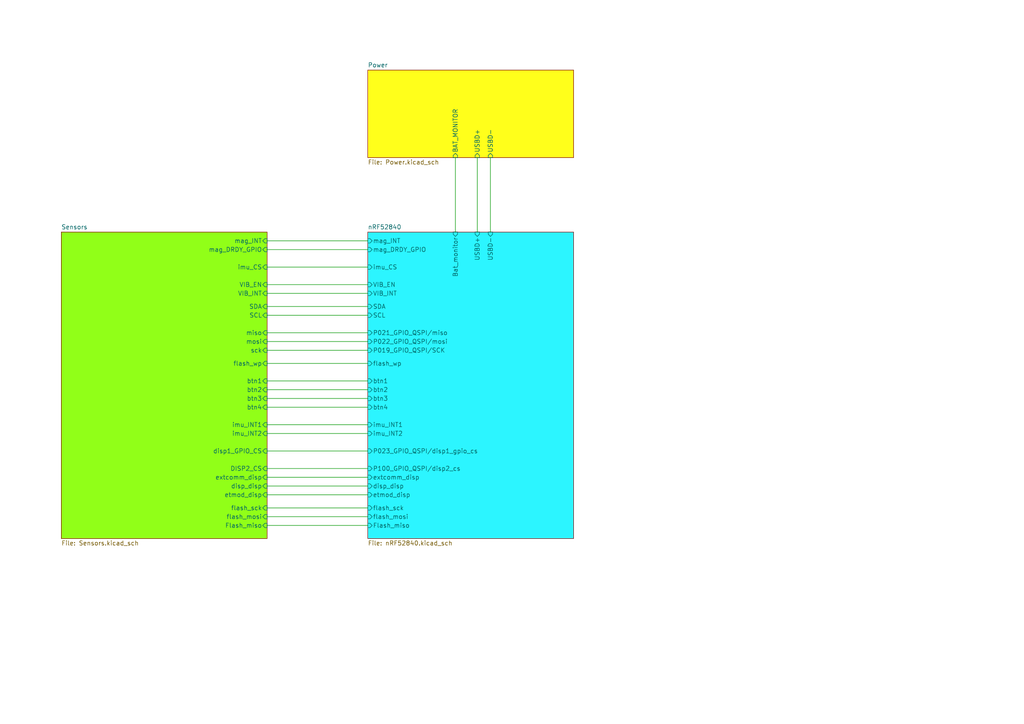
<source format=kicad_sch>
(kicad_sch
	(version 20231120)
	(generator "eeschema")
	(generator_version "8.0")
	(uuid "51a92fa2-5768-4df0-acb2-ef34023cf0b9")
	(paper "A4")
	(title_block
		(date "2024-04-10")
		(rev "0.2")
	)
	(lib_symbols)
	(wire
		(pts
			(xy 77.47 110.49) (xy 106.68 110.49)
		)
		(stroke
			(width 0)
			(type default)
		)
		(uuid "0f2982fa-e5e6-42a1-954f-82fcca0fec13")
	)
	(wire
		(pts
			(xy 77.47 143.51) (xy 106.68 143.51)
		)
		(stroke
			(width 0)
			(type default)
		)
		(uuid "22d4c412-613e-466f-af08-c32e44665a78")
	)
	(wire
		(pts
			(xy 77.47 125.73) (xy 106.68 125.73)
		)
		(stroke
			(width 0)
			(type default)
		)
		(uuid "3f05d241-5920-45a8-a037-cb917451c546")
	)
	(wire
		(pts
			(xy 77.47 135.89) (xy 106.68 135.89)
		)
		(stroke
			(width 0)
			(type default)
		)
		(uuid "404ace54-7e46-49ad-8f7a-5655d982ea5f")
	)
	(wire
		(pts
			(xy 77.47 82.55) (xy 106.68 82.55)
		)
		(stroke
			(width 0)
			(type default)
		)
		(uuid "4dc7189a-0bf5-41d6-a20e-424cc5f93ff8")
	)
	(wire
		(pts
			(xy 77.47 147.32) (xy 106.68 147.32)
		)
		(stroke
			(width 0)
			(type default)
		)
		(uuid "6556bd74-9ff6-46d4-9b38-bff206737b38")
	)
	(wire
		(pts
			(xy 77.47 118.11) (xy 106.68 118.11)
		)
		(stroke
			(width 0)
			(type default)
		)
		(uuid "69cdeed1-8451-4d7e-846a-b540f11b9dd8")
	)
	(wire
		(pts
			(xy 77.47 85.09) (xy 106.68 85.09)
		)
		(stroke
			(width 0)
			(type default)
		)
		(uuid "6ca340f2-6c1b-43db-a81d-8ccb1a8ea7a6")
	)
	(wire
		(pts
			(xy 77.47 113.03) (xy 106.68 113.03)
		)
		(stroke
			(width 0)
			(type default)
		)
		(uuid "74fbc756-40f3-4f55-ad02-064b78de9bbd")
	)
	(wire
		(pts
			(xy 77.47 72.39) (xy 106.68 72.39)
		)
		(stroke
			(width 0)
			(type default)
		)
		(uuid "7edc3a21-d0ff-43d3-92af-a50ace6d5765")
	)
	(wire
		(pts
			(xy 77.47 123.19) (xy 106.68 123.19)
		)
		(stroke
			(width 0)
			(type default)
		)
		(uuid "80758b96-8d17-41e5-9444-8dcf70286298")
	)
	(wire
		(pts
			(xy 77.47 152.4) (xy 106.68 152.4)
		)
		(stroke
			(width 0)
			(type default)
		)
		(uuid "8800325b-a7b7-448b-a040-58798383d544")
	)
	(wire
		(pts
			(xy 132.08 45.72) (xy 132.08 67.31)
		)
		(stroke
			(width 0)
			(type default)
		)
		(uuid "89a2c34d-cc62-4dc3-ab0f-53efc6c96ba1")
	)
	(wire
		(pts
			(xy 77.47 96.52) (xy 106.68 96.52)
		)
		(stroke
			(width 0)
			(type default)
		)
		(uuid "8b4e02eb-49d0-437b-ae4e-20d2676aa0bc")
	)
	(wire
		(pts
			(xy 77.47 140.97) (xy 106.68 140.97)
		)
		(stroke
			(width 0)
			(type default)
		)
		(uuid "95a86376-6a67-42fc-a858-2049bdf2f28b")
	)
	(wire
		(pts
			(xy 142.24 45.72) (xy 142.24 67.31)
		)
		(stroke
			(width 0)
			(type default)
		)
		(uuid "95d4ddea-1beb-4a45-9b98-d0765ec9b7ce")
	)
	(wire
		(pts
			(xy 77.47 99.06) (xy 106.68 99.06)
		)
		(stroke
			(width 0)
			(type default)
		)
		(uuid "98312da5-bff0-4b16-a1a5-76ec02e4a0b0")
	)
	(wire
		(pts
			(xy 77.47 149.86) (xy 106.68 149.86)
		)
		(stroke
			(width 0)
			(type default)
		)
		(uuid "af39daea-eb8e-4cc1-b859-23a2515b5447")
	)
	(wire
		(pts
			(xy 77.47 91.44) (xy 106.68 91.44)
		)
		(stroke
			(width 0)
			(type default)
		)
		(uuid "af748b1b-3ade-409e-bdef-efa100e66ae6")
	)
	(wire
		(pts
			(xy 77.47 138.43) (xy 106.68 138.43)
		)
		(stroke
			(width 0)
			(type default)
		)
		(uuid "c30814f6-4a9a-4d4b-bfa3-e8bf35cadf30")
	)
	(wire
		(pts
			(xy 77.47 69.85) (xy 106.68 69.85)
		)
		(stroke
			(width 0)
			(type default)
		)
		(uuid "cc2447e2-8248-43b0-9a08-3a4c1cd6d899")
	)
	(wire
		(pts
			(xy 77.47 88.9) (xy 106.68 88.9)
		)
		(stroke
			(width 0)
			(type default)
		)
		(uuid "dd59ef6d-566c-47eb-952c-318a3aba5710")
	)
	(wire
		(pts
			(xy 77.47 105.41) (xy 106.68 105.41)
		)
		(stroke
			(width 0)
			(type default)
		)
		(uuid "eb473b37-b988-42ec-89f6-7111b1a743b0")
	)
	(wire
		(pts
			(xy 77.47 130.81) (xy 106.68 130.81)
		)
		(stroke
			(width 0)
			(type default)
		)
		(uuid "eb8914f0-c960-4f77-8e2d-29f85a1357b0")
	)
	(wire
		(pts
			(xy 138.43 45.72) (xy 138.43 67.31)
		)
		(stroke
			(width 0)
			(type default)
		)
		(uuid "f459d5d2-1f8b-41be-a1d8-5350b9f99ae6")
	)
	(wire
		(pts
			(xy 77.47 115.57) (xy 106.68 115.57)
		)
		(stroke
			(width 0)
			(type default)
		)
		(uuid "f7967aa1-c635-4cf6-a26d-2aff04bbe027")
	)
	(wire
		(pts
			(xy 77.47 101.6) (xy 106.68 101.6)
		)
		(stroke
			(width 0)
			(type default)
		)
		(uuid "f975a145-ee81-4e3d-b5fa-ac66a77bd86f")
	)
	(wire
		(pts
			(xy 77.47 77.47) (xy 106.68 77.47)
		)
		(stroke
			(width 0)
			(type default)
		)
		(uuid "fd9e4839-6950-48f4-8ead-46dc920ab86e")
	)
	(sheet
		(at 106.68 20.32)
		(size 59.69 25.4)
		(fields_autoplaced yes)
		(stroke
			(width 0.1524)
			(type solid)
		)
		(fill
			(color 255 255 27 1.0000)
		)
		(uuid "149c2ad0-ac2a-44cf-b51e-d62d5f80f580")
		(property "Sheetname" "Power"
			(at 106.68 19.6084 0)
			(effects
				(font
					(size 1.27 1.27)
				)
				(justify left bottom)
			)
		)
		(property "Sheetfile" "Power.kicad_sch"
			(at 106.68 46.3046 0)
			(effects
				(font
					(size 1.27 1.27)
				)
				(justify left top)
			)
		)
		(pin "BAT_MONITOR" input
			(at 132.08 45.72 270)
			(effects
				(font
					(size 1.27 1.27)
				)
				(justify left)
			)
			(uuid "fc1e3c4b-0218-4298-9e33-bacf6a423c84")
		)
		(pin "USBD+" input
			(at 138.43 45.72 270)
			(effects
				(font
					(size 1.27 1.27)
				)
				(justify left)
			)
			(uuid "335b1119-267f-452c-bb7e-3974dfd86ed1")
		)
		(pin "USBD-" input
			(at 142.24 45.72 270)
			(effects
				(font
					(size 1.27 1.27)
				)
				(justify left)
			)
			(uuid "fa8ac92e-4b76-4439-8aa6-d4f788fb8994")
		)
		(instances
			(project "Nrf52480_Dev_board"
				(path "/51a92fa2-5768-4df0-acb2-ef34023cf0b9"
					(page "3")
				)
			)
		)
	)
	(sheet
		(at 106.68 67.31)
		(size 59.69 88.9)
		(fields_autoplaced yes)
		(stroke
			(width 0.1524)
			(type solid)
		)
		(fill
			(color 44 245 255 1.0000)
		)
		(uuid "a4e56051-354f-4ac0-9e04-3455fe23ef47")
		(property "Sheetname" "nRF52840"
			(at 106.68 66.5984 0)
			(effects
				(font
					(size 1.27 1.27)
				)
				(justify left bottom)
			)
		)
		(property "Sheetfile" "nRF52840.kicad_sch"
			(at 106.68 156.7946 0)
			(effects
				(font
					(size 1.27 1.27)
				)
				(justify left top)
			)
		)
		(pin "SDA" input
			(at 106.68 88.9 180)
			(effects
				(font
					(size 1.27 1.27)
				)
				(justify left)
			)
			(uuid "1c21816b-9035-4390-bf89-16b487febd3b")
		)
		(pin "SCL" input
			(at 106.68 91.44 180)
			(effects
				(font
					(size 1.27 1.27)
				)
				(justify left)
			)
			(uuid "959828b3-6c1a-48bb-9770-787f3f47e91c")
		)
		(pin "mag_INT" input
			(at 106.68 69.85 180)
			(effects
				(font
					(size 1.27 1.27)
				)
				(justify left)
			)
			(uuid "dcdba014-9deb-4672-94d5-6f9d55fced59")
		)
		(pin "mag_DRDY_GPIO" input
			(at 106.68 72.39 180)
			(effects
				(font
					(size 1.27 1.27)
				)
				(justify left)
			)
			(uuid "189b28f5-3613-4a00-91de-20f1f0ad0f2a")
		)
		(pin "imu_CS" input
			(at 106.68 77.47 180)
			(effects
				(font
					(size 1.27 1.27)
				)
				(justify left)
			)
			(uuid "f3d0fbc9-4dce-4932-ab4b-77719a7a39b3")
		)
		(pin "imu_INT1" input
			(at 106.68 123.19 180)
			(effects
				(font
					(size 1.27 1.27)
				)
				(justify left)
			)
			(uuid "e837f28b-6dc3-4cde-90c6-9bc5cefe4539")
		)
		(pin "imu_INT2" input
			(at 106.68 125.73 180)
			(effects
				(font
					(size 1.27 1.27)
				)
				(justify left)
			)
			(uuid "43689ac4-4f0a-4cb8-8b13-d9d7e13ad532")
		)
		(pin "flash_wp" input
			(at 106.68 105.41 180)
			(effects
				(font
					(size 1.27 1.27)
				)
				(justify left)
			)
			(uuid "fcc4945a-774f-4877-b60c-b21cad4f3ed2")
		)
		(pin "btn2" input
			(at 106.68 113.03 180)
			(effects
				(font
					(size 1.27 1.27)
				)
				(justify left)
			)
			(uuid "7b6a7737-0fa9-4b09-a183-718b13b88be1")
		)
		(pin "btn1" input
			(at 106.68 110.49 180)
			(effects
				(font
					(size 1.27 1.27)
				)
				(justify left)
			)
			(uuid "3c4667f8-54c6-4821-b552-1651bb83f5c4")
		)
		(pin "btn3" input
			(at 106.68 115.57 180)
			(effects
				(font
					(size 1.27 1.27)
				)
				(justify left)
			)
			(uuid "a0346dab-94f7-49f8-a048-9dd3af245123")
		)
		(pin "btn4" input
			(at 106.68 118.11 180)
			(effects
				(font
					(size 1.27 1.27)
				)
				(justify left)
			)
			(uuid "c1987387-3cb9-4f21-ae90-65dedf90dd64")
		)
		(pin "extcomm_disp" input
			(at 106.68 138.43 180)
			(effects
				(font
					(size 1.27 1.27)
				)
				(justify left)
			)
			(uuid "7b6dea5f-3f87-4664-b79d-0c1d661d7861")
		)
		(pin "USBD+" input
			(at 138.43 67.31 90)
			(effects
				(font
					(size 1.27 1.27)
				)
				(justify right)
			)
			(uuid "c43b5b72-d471-4a76-bf70-7f9bc3865f35")
		)
		(pin "USBD-" input
			(at 142.24 67.31 90)
			(effects
				(font
					(size 1.27 1.27)
				)
				(justify right)
			)
			(uuid "0fd8850a-ff10-4952-8aaf-853b731fa7b3")
		)
		(pin "P021_GPIO_QSPI{slash}miso" input
			(at 106.68 96.52 180)
			(effects
				(font
					(size 1.27 1.27)
				)
				(justify left)
			)
			(uuid "1dbd441f-87ac-4580-835e-b3b7cdfb5690")
		)
		(pin "P019_GPIO_QSPI{slash}SCK" input
			(at 106.68 101.6 180)
			(effects
				(font
					(size 1.27 1.27)
				)
				(justify left)
			)
			(uuid "3c852c91-df7a-4d18-9876-4df99af85461")
		)
		(pin "P022_GPIO_QSPI{slash}mosi" input
			(at 106.68 99.06 180)
			(effects
				(font
					(size 1.27 1.27)
				)
				(justify left)
			)
			(uuid "f67e71af-dac2-46c6-9207-fda57f50b216")
		)
		(pin "P023_GPIO_QSPI{slash}disp1_gpio_cs" input
			(at 106.68 130.81 180)
			(effects
				(font
					(size 1.27 1.27)
				)
				(justify left)
			)
			(uuid "c422b7e2-c14a-4cfa-9019-f1befb4f3f15")
		)
		(pin "P100_GPIO_QSPI{slash}disp2_cs" input
			(at 106.68 135.89 180)
			(effects
				(font
					(size 1.27 1.27)
				)
				(justify left)
			)
			(uuid "8b526814-43d9-427d-837b-72225740cd38")
		)
		(pin "Bat_monitor" input
			(at 132.08 67.31 90)
			(effects
				(font
					(size 1.27 1.27)
				)
				(justify right)
			)
			(uuid "e17feeb2-d872-4945-8e4f-347486496538")
		)
		(pin "disp_disp" input
			(at 106.68 140.97 180)
			(effects
				(font
					(size 1.27 1.27)
				)
				(justify left)
			)
			(uuid "ab1b221e-33d1-4702-b874-93d1001dd7a5")
		)
		(pin "etmod_disp" input
			(at 106.68 143.51 180)
			(effects
				(font
					(size 1.27 1.27)
				)
				(justify left)
			)
			(uuid "0ebdc61a-1414-40dd-bdea-e6af1f05639d")
		)
		(pin "flash_mosi" input
			(at 106.68 149.86 180)
			(effects
				(font
					(size 1.27 1.27)
				)
				(justify left)
			)
			(uuid "5df04b77-b97f-49e9-918a-4f87db4bb3d0")
		)
		(pin "flash_sck" input
			(at 106.68 147.32 180)
			(effects
				(font
					(size 1.27 1.27)
				)
				(justify left)
			)
			(uuid "b1375a73-e3c0-434a-8c6a-6d56bcfe2c7d")
		)
		(pin "Flash_miso" input
			(at 106.68 152.4 180)
			(effects
				(font
					(size 1.27 1.27)
				)
				(justify left)
			)
			(uuid "5a326bdb-2244-4bd0-8465-6e3b14d20f4e")
		)
		(pin "VIB_EN" input
			(at 106.68 82.55 180)
			(effects
				(font
					(size 1.27 1.27)
				)
				(justify left)
			)
			(uuid "cae85634-97f9-4ef4-bc51-19d057977508")
		)
		(pin "VIB_INT" input
			(at 106.68 85.09 180)
			(effects
				(font
					(size 1.27 1.27)
				)
				(justify left)
			)
			(uuid "26f4191c-539f-400d-bced-e6e2b5765ab4")
		)
		(instances
			(project "Nrf52480_Dev_board"
				(path "/51a92fa2-5768-4df0-acb2-ef34023cf0b9"
					(page "2")
				)
			)
		)
	)
	(sheet
		(at 17.78 67.31)
		(size 59.69 88.9)
		(fields_autoplaced yes)
		(stroke
			(width 0.1524)
			(type solid)
		)
		(fill
			(color 145 255 24 1.0000)
		)
		(uuid "ba2c0302-676a-4b72-879c-44bead5eb148")
		(property "Sheetname" "Sensors"
			(at 17.78 66.5984 0)
			(effects
				(font
					(size 1.27 1.27)
				)
				(justify left bottom)
			)
		)
		(property "Sheetfile" "Sensors.kicad_sch"
			(at 17.78 156.7946 0)
			(effects
				(font
					(size 1.27 1.27)
				)
				(justify left top)
			)
		)
		(pin "SDA" input
			(at 77.47 88.9 0)
			(effects
				(font
					(size 1.27 1.27)
				)
				(justify right)
			)
			(uuid "e9ccd366-4610-47b5-859b-7e607e163315")
		)
		(pin "SCL" input
			(at 77.47 91.44 0)
			(effects
				(font
					(size 1.27 1.27)
				)
				(justify right)
			)
			(uuid "d24a2f1d-290a-4fd5-b4a0-233c0f11c28c")
		)
		(pin "mag_INT" input
			(at 77.47 69.85 0)
			(effects
				(font
					(size 1.27 1.27)
				)
				(justify right)
			)
			(uuid "f183be85-4503-4664-a1c7-52dfbb861d47")
		)
		(pin "mag_DRDY_GPIO" input
			(at 77.47 72.39 0)
			(effects
				(font
					(size 1.27 1.27)
				)
				(justify right)
			)
			(uuid "aadc8ed8-b322-4cab-927d-615746176d64")
		)
		(pin "btn1" input
			(at 77.47 110.49 0)
			(effects
				(font
					(size 1.27 1.27)
				)
				(justify right)
			)
			(uuid "97c08c6c-2cd7-4ed8-b631-a203ee1d9433")
		)
		(pin "btn2" input
			(at 77.47 113.03 0)
			(effects
				(font
					(size 1.27 1.27)
				)
				(justify right)
			)
			(uuid "d1599f07-e447-4230-a136-0d55930f3751")
		)
		(pin "miso" input
			(at 77.47 96.52 0)
			(effects
				(font
					(size 1.27 1.27)
				)
				(justify right)
			)
			(uuid "538e05b0-4291-4264-9634-c9b1349800ae")
		)
		(pin "mosi" input
			(at 77.47 99.06 0)
			(effects
				(font
					(size 1.27 1.27)
				)
				(justify right)
			)
			(uuid "03880ada-d5af-4be9-b0cd-9f07b58c9eff")
		)
		(pin "sck" input
			(at 77.47 101.6 0)
			(effects
				(font
					(size 1.27 1.27)
				)
				(justify right)
			)
			(uuid "7ef2e6e0-2eca-4c77-a134-96dcc5d8ee66")
		)
		(pin "flash_wp" input
			(at 77.47 105.41 0)
			(effects
				(font
					(size 1.27 1.27)
				)
				(justify right)
			)
			(uuid "411e49bf-62e9-4527-abfd-a243ea7f1cad")
		)
		(pin "imu_CS" input
			(at 77.47 77.47 0)
			(effects
				(font
					(size 1.27 1.27)
				)
				(justify right)
			)
			(uuid "f3cca4f2-da2b-458b-a4ec-3fd62772a0e0")
		)
		(pin "btn3" input
			(at 77.47 115.57 0)
			(effects
				(font
					(size 1.27 1.27)
				)
				(justify right)
			)
			(uuid "e8e7377a-f8f8-4904-9cb7-c5c103e53b47")
		)
		(pin "btn4" input
			(at 77.47 118.11 0)
			(effects
				(font
					(size 1.27 1.27)
				)
				(justify right)
			)
			(uuid "80e94586-7225-46f3-b9a2-2b754dbacd84")
		)
		(pin "imu_INT1" input
			(at 77.47 123.19 0)
			(effects
				(font
					(size 1.27 1.27)
				)
				(justify right)
			)
			(uuid "fa4d2e99-5506-4350-955e-b51cd86cd842")
		)
		(pin "imu_INT2" input
			(at 77.47 125.73 0)
			(effects
				(font
					(size 1.27 1.27)
				)
				(justify right)
			)
			(uuid "0b81f0f6-a3fe-4113-b209-c0c1829ac0bd")
		)
		(pin "DISP2_CS" input
			(at 77.47 135.89 0)
			(effects
				(font
					(size 1.27 1.27)
				)
				(justify right)
			)
			(uuid "65235b80-9499-48ea-b0cd-f7c52d1aec48")
		)
		(pin "extcomm_disp" input
			(at 77.47 138.43 0)
			(effects
				(font
					(size 1.27 1.27)
				)
				(justify right)
			)
			(uuid "e59340ee-8759-4008-b2c5-92d1fdc2a813")
		)
		(pin "disp_disp" input
			(at 77.47 140.97 0)
			(effects
				(font
					(size 1.27 1.27)
				)
				(justify right)
			)
			(uuid "5d411b99-e063-4968-8a97-7daac1f3e400")
		)
		(pin "etmod_disp" input
			(at 77.47 143.51 0)
			(effects
				(font
					(size 1.27 1.27)
				)
				(justify right)
			)
			(uuid "8375d7fe-fbf5-4b22-9749-419330ddd15b")
		)
		(pin "disp1_GPIO_CS" input
			(at 77.47 130.81 0)
			(effects
				(font
					(size 1.27 1.27)
				)
				(justify right)
			)
			(uuid "52f4baef-5c01-43b1-a835-9a9332ca795b")
		)
		(pin "flash_sck" input
			(at 77.47 147.32 0)
			(effects
				(font
					(size 1.27 1.27)
				)
				(justify right)
			)
			(uuid "9854f16c-6136-4d36-93d1-a2c4ab4cede0")
		)
		(pin "flash_mosi" input
			(at 77.47 149.86 0)
			(effects
				(font
					(size 1.27 1.27)
				)
				(justify right)
			)
			(uuid "42b99538-0d2f-41fd-9748-80ff11687083")
		)
		(pin "Flash_miso" input
			(at 77.47 152.4 0)
			(effects
				(font
					(size 1.27 1.27)
				)
				(justify right)
			)
			(uuid "29fbd235-2ac7-4a5f-8993-d1ce09fb468d")
		)
		(pin "VIB_INT" input
			(at 77.47 85.09 0)
			(effects
				(font
					(size 1.27 1.27)
				)
				(justify right)
			)
			(uuid "46a0d2c4-4f86-45f7-866b-1039993fc6eb")
		)
		(pin "VIB_EN" input
			(at 77.47 82.55 0)
			(effects
				(font
					(size 1.27 1.27)
				)
				(justify right)
			)
			(uuid "25c7d79c-5ae9-4d56-9d9f-aeeeaff08000")
		)
		(instances
			(project "Nrf52480_Dev_board"
				(path "/51a92fa2-5768-4df0-acb2-ef34023cf0b9"
					(page "4")
				)
			)
		)
	)
	(sheet_instances
		(path "/"
			(page "1")
		)
	)
)
</source>
